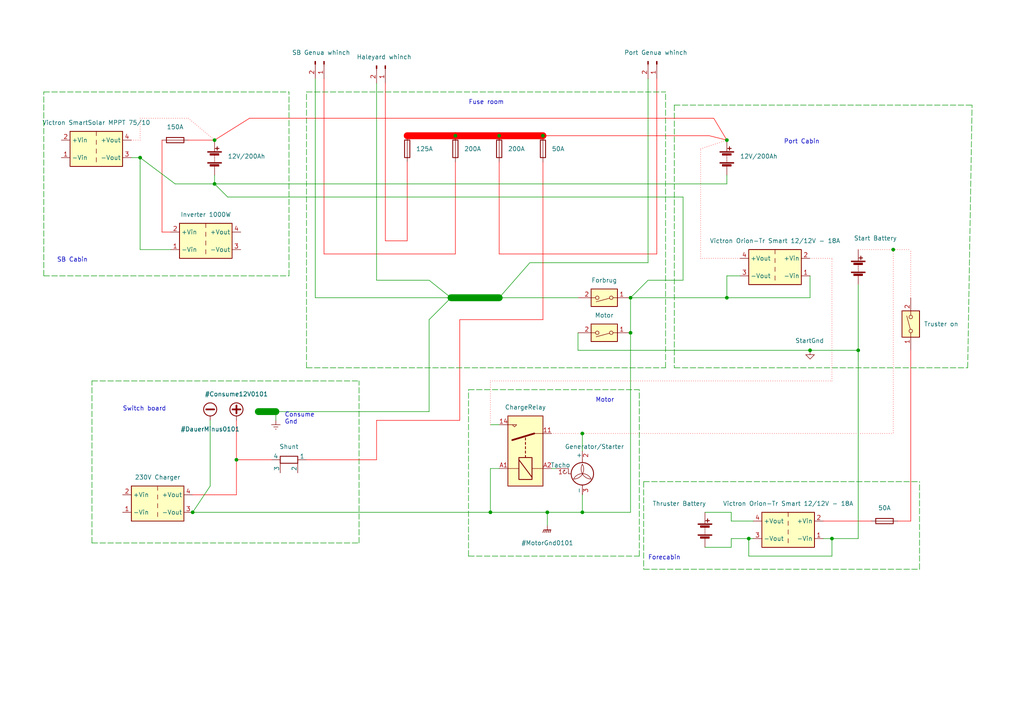
<source format=kicad_sch>
(kicad_sch (version 20231120) (generator "eeschema") (generator_version "8.0")
  (paper "A4")
  (title_block (title "Frk Jensen - Battery Connections - LiFePO4") (date "2024-08-12") (rev "3.1"))
  (lib_symbols
    (symbol "Connector:Conn_01x02_Male" (pin_names (offset 1.016) hide)
      (property "Reference" "J" (at 0 2.54 0))
      (property "Value" "Conn_01x02_Male" (at 0 -5.08 0))
      (symbol "Conn_01x02_Male_1_1"
        (polyline (pts (xy 1.27 -2.54) (xy 0.8636 -2.54)) (stroke (width 0.1524)))
        (polyline (pts (xy 1.27 0) (xy 0.8636 0)) (stroke (width 0.1524)))
        (rectangle (start 0.8636 -2.413) (end 0 -2.667) (stroke (width 0.1524)) (fill (type outline)))
        (rectangle (start 0.8636 0.127) (end 0 -0.127) (stroke (width 0.1524)) (fill (type outline)))
        (pin passive line (at 5.08 0 180) (length 3.81) (name "Pin_1") (number "1"))
        (pin passive line (at 5.08 -2.54 180) (length 3.81) (name "Pin_2") (number "2"))
      )
    )
    (symbol "Converter_DCDC:MEE1S0303SC"
      (property "Reference" "PS" (at -7.62 6.35 0))
      (property "Value" "MEE1S0303SC" (at 1.27 6.35 0))
      (symbol "MEE1S0303SC_0_0"
        (pin power_in line (at -10.16 -2.54 0) (length 2.54) (name "-Vin") (number "1"))
        (pin power_in line (at -10.16 2.54 0) (length 2.54) (name "+Vin") (number "2"))
        (pin power_out line (at 10.16 -2.54 180) (length 2.54) (name "-Vout") (number "3"))
        (pin power_out line (at 10.16 2.54 180) (length 2.54) (name "+Vout") (number "4"))
      )
      (symbol "MEE1S0303SC_0_1"
        (rectangle (start -7.62 5.08) (end 7.62 -5.08) (stroke (width 0.254)) (fill (type background)))
        (polyline (pts (xy 0 -2.54) (xy 0 -3.81)))
        (polyline (pts (xy 0 0) (xy 0 -1.27)))
        (polyline (pts (xy 0 2.54) (xy 0 1.27)))
        (polyline (pts (xy 0 5.08) (xy 0 3.81)))
      )
    )
    (symbol "Device:Battery" (pin_numbers hide) (pin_names (offset 0) hide)
      (property "Reference" "BT" (at 2.54 2.54 0))
      (property "Value" "Battery" (at 2.54 0 0))
      (symbol "Battery_0_1"
        (rectangle (start -2.032 -1.397) (end 2.032 -1.651) (fill (type outline)))
        (rectangle (start -2.032 1.778) (end 2.032 1.524) (fill (type outline)))
        (rectangle (start -1.3208 -1.9812) (end 1.27 -2.4892) (fill (type outline)))
        (rectangle (start -1.3208 1.1938) (end 1.27 0.6858) (fill (type outline)))
        (polyline (pts (xy 0 -1.524) (xy 0 -1.27)))
        (polyline (pts (xy 0 -1.016) (xy 0 -0.762)))
        (polyline (pts (xy 0 -0.508) (xy 0 -0.254)))
        (polyline (pts (xy 0 0) (xy 0 0.254)))
        (polyline (pts (xy 0 0.508) (xy 0 0.762)))
        (polyline (pts (xy 0 1.778) (xy 0 2.54)))
        (polyline (pts (xy 0.254 2.667) (xy 1.27 2.667)) (stroke (width 0.254)))
        (polyline (pts (xy 0.762 3.175) (xy 0.762 2.159)) (stroke (width 0.254)))
      )
      (symbol "Battery_1_1"
        (pin passive line (at 0 5.08 270) (length 2.54) (name "+") (number "1"))
        (pin passive line (at 0 -5.08 90) (length 2.54) (name "-") (number "2"))
      )
    )
    (symbol "Device:Fuse" (pin_numbers hide) (pin_names (offset 0))
      (property "Reference" "F" (at 2.032 0 90))
      (property "Value" "Fuse" (at -1.905 0 90))
      (symbol "Fuse_0_1"
        (rectangle (start -0.762 -2.54) (end 0.762 2.54) (stroke (width 0.254)))
        (polyline (pts (xy 0 2.54) (xy 0 -2.54)))
      )
      (symbol "Fuse_1_1"
        (pin passive line (at 0 3.81 270) (length 1.27) (name "~") (number "1"))
        (pin passive line (at 0 -3.81 90) (length 1.27) (name "~") (number "2"))
      )
    )
    (symbol "Device:R_Shunt" (pin_numbers hide) (pin_names (offset 0))
      (property "Reference" "R" (at -4.445 0 90))
      (property "Value" "R_Shunt" (at -2.54 0 90))
      (symbol "R_Shunt_0_1"
        (rectangle (start -1.016 -2.54) (end 1.016 2.54) (stroke (width 0.254)))
        (polyline (pts (xy 0 -2.54) (xy 1.27 -2.54)))
        (polyline (pts (xy 1.27 2.54) (xy 0 2.54)))
      )
      (symbol "R_Shunt_1_1"
        (pin passive line (at 0 5.08 270) (length 2.54) (name "1") (number "1"))
        (pin passive line (at 3.81 2.54 180) (length 2.54) (name "2") (number "2"))
        (pin passive line (at 3.81 -2.54 180) (length 2.54) (name "3") (number "3"))
        (pin passive line (at 0 -5.08 90) (length 2.54) (name "4") (number "4"))
      )
    )
    (symbol "Motor:Fan_3pin" (pin_names (offset 0))
      (property "Reference" "M" (at 2.54 2.54 0))
      (property "Value" "Fan_3pin" (at 2.54 -5.08 0))
      (symbol "Fan_3pin_0_0"
        (arc (start -5.588 -1.016) (mid -5.08 -1.5217) (end -4.572 -1.016))
        (arc (start -5.08 -0.508) (mid -5.4392 -0.6568) (end -5.588 -1.016))
        (polyline (pts (xy -5.08 -0.508) (xy -5.334 -0.381)))
        (polyline (pts (xy -5.08 -0.508) (xy -5.207 -0.762)))
        (polyline (pts (xy -4.064 0) (xy -4.064 -1.524) (xy -3.302 -1.524)))
      )
      (symbol "Fan_3pin_0_1"
        (arc (start -2.54 -3.048) (mid -0.0014 -1.6352) (end 0 1.27))
        (circle (center 0 -1.524) (radius 3.2512) (stroke (width 0.254)))
        (polyline (pts (xy -4.064 0) (xy -5.08 0)))
        (polyline (pts (xy 0 -7.62) (xy 0 -7.112)))
        (polyline (pts (xy 0 -4.7752) (xy 0 -5.1816)))
        (polyline (pts (xy 0 1.7272) (xy 0 2.0828)))
        (polyline (pts (xy 0 2.032) (xy 0 2.54)))
        (arc (start 0 1.27) (mid 0.0468 -1.6085) (end 2.54 -3.048))
        (arc (start 2.54 -3.048) (mid 0 -1.4782) (end -2.54 -3.048))
      )
      (symbol "Fan_3pin_1_1"
        (pin passive line (at -7.62 0 0) (length 2.54) (name "Tacho") (number "1"))
        (pin passive line (at 0 5.08 270) (length 2.54) (name "+") (number "2"))
        (pin passive line (at 0 -7.62 90) (length 2.54) (name "-") (number "3"))
      )
    )
    (symbol "Relay:FINDER-32.21-x300"
      (property "Reference" "K" (at 11.43 3.81 0))
      (property "Value" "FINDER-32.21-x300" (at 11.43 1.27 0))
      (symbol "FINDER-32.21-x300_0_1"
        (rectangle (start -10.16 5.08) (end 10.16 -5.08) (stroke (width 0.254)) (fill (type background)))
        (rectangle (start -8.255 1.905) (end -1.905 -1.905) (stroke (width 0.254)))
        (polyline (pts (xy -7.62 -1.905) (xy -2.54 1.905)) (stroke (width 0.254)))
        (polyline (pts (xy -5.08 -5.08) (xy -5.08 -1.905)))
        (polyline (pts (xy -5.08 5.08) (xy -5.08 1.905)))
        (polyline (pts (xy -1.905 0) (xy -1.27 0)) (stroke (width 0.254)))
        (polyline (pts (xy -0.635 0) (xy 0 0)) (stroke (width 0.254)))
        (polyline (pts (xy 0.635 0) (xy 1.27 0)) (stroke (width 0.254)))
        (polyline (pts (xy 1.905 0) (xy 2.54 0)) (stroke (width 0.254)))
        (polyline (pts (xy 3.175 0) (xy 3.81 0)) (stroke (width 0.254)))
        (polyline (pts (xy 5.08 -2.54) (xy 3.175 3.81)) (stroke (width 0.508)))
        (polyline (pts (xy 5.08 -2.54) (xy 5.08 -5.08)))
        (polyline (pts (xy 7.62 5.08) (xy 7.62 2.54) (xy 6.985 3.175) (xy 7.62 3.81)))
      )
      (symbol "FINDER-32.21-x300_1_1"
        (pin passive line (at 5.08 -7.62 90) (length 2.54) (name "~") (number "11"))
        (pin passive line (at 7.62 7.62 270) (length 2.54) (name "~") (number "14"))
        (pin passive line (at -5.08 7.62 270) (length 2.54) (name "~") (number "A1"))
        (pin passive line (at -5.08 -7.62 90) (length 2.54) (name "~") (number "A2"))
      )
    )
    (symbol "Switch:SW_DIP_x01" (pin_names (offset 0) hide)
      (property "Reference" "SW" (at 0 3.81 0))
      (property "Value" "SW_DIP_x01" (at 0 -3.81 0))
      (symbol "SW_DIP_x01_0_0"
        (circle (center -2.032 0) (radius 0.508))
        (polyline (pts (xy -1.524 0.127) (xy 2.3622 1.1684)))
        (circle (center 2.032 0) (radius 0.508))
      )
      (symbol "SW_DIP_x01_0_1"
        (rectangle (start -3.81 2.54) (end 3.81 -2.54) (stroke (width 0.254)) (fill (type background)))
      )
      (symbol "SW_DIP_x01_1_1"
        (pin passive line (at -7.62 0 0) (length 5.08) (name "~") (number "1"))
        (pin passive line (at 7.62 0 180) (length 5.08) (name "~") (number "2"))
      )
    )
    (symbol "power:+VDC" (power) (pin_numbers hide) (pin_names (offset 0) hide)
      (property "Value" "+VDC" (at 0 6.35 0))
      (symbol "+VDC_0_1"
        (polyline (pts (xy -1.143 3.175) (xy 1.143 3.175)) (stroke (width 0.508)))
        (polyline (pts (xy 0 0) (xy 0 1.27)))
        (polyline (pts (xy 0 2.032) (xy 0 4.318)) (stroke (width 0.508)))
        (circle (center 0 3.175) (radius 1.905) (stroke (width 0.254)))
      )
      (symbol "+VDC_1_1"
        (pin power_in line (at 0 0 90) (length 0) hide (name "+VDC") (number "1"))
      )
    )
    (symbol "power:-VDC" (power) (pin_names (offset 0))
      (property "Value" "-VDC" (at 0 6.35 0))
      (symbol "-VDC_0_1"
        (polyline (pts (xy -1.143 3.175) (xy 1.143 3.175)) (stroke (width 0.508)))
        (polyline (pts (xy 0 0) (xy 0 1.27)))
        (circle (center 0 3.175) (radius 1.905) (stroke (width 0.254)))
      )
      (symbol "-VDC_1_1"
        (pin power_in line (at 0 0 90) (length 0) hide (name "-VDC") (number "1"))
      )
    )
    (symbol "power:Earth" (power) (pin_names (offset 0))
      (symbol "Earth_0_1"
        (polyline (pts (xy -0.635 -1.905) (xy 0.635 -1.905)))
        (polyline (pts (xy -0.127 -2.54) (xy 0.127 -2.54)))
        (polyline (pts (xy 0 -1.27) (xy 0 0)))
        (polyline (pts (xy 1.27 -1.27) (xy -1.27 -1.27)))
      )
      (symbol "Earth_1_1"
        (pin power_in line (at 0 0 270) (length 0) hide (name "Earth") (number "1"))
      )
    )
    (symbol "power:GND2" (power) (pin_names (offset 0))
      (property "Value" "GND2" (at 0 -3.81 0))
      (symbol "GND2_0_1"
        (polyline (pts (xy 0 0) (xy 0 -1.27) (xy 1.27 -1.27) (xy 0 -2.54) (xy -1.27 -1.27) (xy 0 -1.27)))
      )
      (symbol "GND2_1_1"
        (pin power_in line (at 0 0 270) (length 0) hide (name "GND2") (number "1"))
      )
    )
    (symbol "power:GNDPWR" (power) (pin_names (offset 0))
      (property "Value" "GNDPWR" (at 0 -3.302 0))
      (symbol "GNDPWR_0_1"
        (polyline (pts (xy 0 -1.27) (xy 0 0)))
        (polyline (pts (xy -1.016 -1.27) (xy -1.27 -2.032) (xy -1.27 -2.032)) (stroke (width 0.2032)))
        (polyline (pts (xy -0.508 -1.27) (xy -0.762 -2.032) (xy -0.762 -2.032)) (stroke (width 0.2032)))
        (polyline (pts (xy 0 -1.27) (xy -0.254 -2.032) (xy -0.254 -2.032)) (stroke (width 0.2032)))
        (polyline (pts (xy 0.508 -1.27) (xy 0.254 -2.032) (xy 0.254 -2.032)) (stroke (width 0.2032)))
        (polyline (pts (xy 1.016 -1.27) (xy -1.016 -1.27) (xy -1.016 -1.27)) (stroke (width 0.2032)))
        (polyline (pts (xy 1.016 -1.27) (xy 0.762 -2.032) (xy 0.762 -2.032) (xy 0.762 -2.032)) (stroke (width 0.2032)))
      )
      (symbol "GNDPWR_1_1"
        (pin power_in line (at 0 0 270) (length 0) hide (name "GNDPWR") (number "1"))
      )
    )
  )
  (junction (at 144.78 86.36))
  (junction (at 241.3 156.21))
  (junction (at 210.82 40.64))
  (junction (at 182.88 86.36))
  (junction (at 132.08 39.37))
  (junction (at 40.64 45.72))
  (junction (at 55.88 148.59))
  (junction (at 80.01 119.38))
  (junction (at 210.82 86.36))
  (junction (at 259.08 72.39))
  (junction (at 142.24 148.59))
  (junction (at 157.48 39.37))
  (junction (at 182.88 96.52))
  (junction (at 130.81 86.36))
  (junction (at 62.23 40.64))
  (junction (at 234.95 101.6))
  (junction (at 62.23 53.34))
  (junction (at 158.75 148.59))
  (junction (at 144.78 39.37))
  (junction (at 248.92 101.6))
  (junction (at 68.58 133.35))
  (junction (at 168.91 148.59))
  (junction (at 168.91 125.73))
  (junction (at 217.17 156.21))
  (wire (pts (xy 212.09 156.21) (xy 212.09 158.75)))
  (wire (pts (xy 198.12 57.15) (xy 198.12 81.28)))
  (wire (pts (xy 264.16 86.36) (xy 264.16 72.39)) (stroke (width 0) (type dot) (color 255 0 0 1)))
  (wire (pts (xy 68.58 133.35) (xy 78.74 133.35)) (stroke (width 0) (color 255 0 0 1)))
  (wire (pts (xy 118.11 39.37) (xy 132.08 39.37)) (stroke (width 2) (color 255 0 0 1)))
  (wire (pts (xy 153.67 76.2) (xy 144.78 86.36)))
  (wire (pts (xy 241.3 156.21) (xy 238.76 156.21)))
  (wire (pts (xy 212.09 148.59) (xy 212.09 151.13)))
  (wire (pts (xy 186.69 139.7) (xy 186.69 165.1)) (stroke (width 0) (type dash)))
  (wire (pts (xy 12.7 80.01) (xy 83.82 80.01)) (stroke (width 0) (type dash)))
  (wire (pts (xy 217.17 161.29) (xy 217.17 156.21)))
  (wire (pts (xy 182.88 96.52) (xy 182.88 148.59)))
  (wire (pts (xy 26.67 110.49) (xy 104.14 110.49)) (stroke (width 0) (type dash)))
  (wire (pts (xy 109.22 81.28) (xy 124.46 81.28)))
  (wire (pts (xy 135.89 113.03) (xy 185.42 113.03)) (stroke (width 0) (type dash)))
  (wire (pts (xy 62.23 40.64) (xy 72.39 34.29)) (stroke (width 0) (color 255 0 0 1)))
  (wire (pts (xy 66.04 57.15) (xy 62.23 53.34)))
  (wire (pts (xy 135.89 161.29) (xy 185.42 161.29)) (stroke (width 0) (type dash)))
  (wire (pts (xy 204.47 148.59) (xy 212.09 148.59)))
  (wire (pts (xy 207.01 34.29) (xy 210.82 40.64)) (stroke (width 0) (color 255 0 0 1)))
  (wire (pts (xy 55.88 148.59) (xy 60.96 140.97)))
  (wire (pts (xy 130.81 86.36) (xy 135.89 86.36)))
  (wire (pts (xy 91.44 86.36) (xy 130.81 86.36)))
  (wire (pts (xy 142.24 135.89) (xy 144.78 135.89)))
  (wire (pts (xy 144.78 123.19) (xy 142.24 123.19)))
  (wire (pts (xy 12.7 80.01) (xy 12.7 26.67)) (stroke (width 0) (type dash)))
  (wire (pts (xy 46.99 40.64) (xy 46.99 67.31)) (stroke (width 0) (color 255 0 0 1)))
  (wire (pts (xy 168.91 125.73) (xy 160.02 125.73)) (stroke (width 0) (type dot) (color 255 0 0 1)))
  (wire (pts (xy 80.01 119.38) (xy 124.46 119.38)))
  (wire (pts (xy 260.35 151.13) (xy 264.16 151.13)) (stroke (width 0) (color 255 0 0 1)))
  (wire (pts (xy 109.22 24.13) (xy 109.22 81.28)))
  (wire (pts (xy 210.82 86.36) (xy 234.95 86.36)))
  (wire (pts (xy 55.88 143.51) (xy 68.58 143.51)) (stroke (width 0) (color 255 0 0 1)))
  (wire (pts (xy 241.3 161.29) (xy 217.17 161.29)))
  (wire (pts (xy 68.58 133.35) (xy 68.58 143.51)) (stroke (width 0) (color 255 0 0 1)))
  (wire (pts (xy 167.64 101.6) (xy 167.64 96.52)))
  (wire (pts (xy 248.92 101.6) (xy 248.92 156.21)))
  (wire (pts (xy 74.93 119.38) (xy 80.01 119.38)) (stroke (width 2)))
  (wire (pts (xy 132.08 73.66) (xy 93.98 73.66)) (stroke (width 0) (color 255 0 0 1)))
  (wire (pts (xy 62.23 50.8) (xy 62.23 53.34)))
  (wire (pts (xy 88.9 106.68) (xy 88.9 26.67)) (stroke (width 0) (type dash)))
  (wire (pts (xy 80.01 119.38) (xy 80.01 121.92)))
  (wire (pts (xy 93.98 73.66) (xy 93.98 22.86)) (stroke (width 0) (color 255 0 0 1)))
  (wire (pts (xy 72.39 34.29) (xy 207.01 34.29)) (stroke (width 0) (color 255 0 0 1)))
  (wire (pts (xy 234.95 101.6) (xy 248.92 101.6)))
  (wire (pts (xy 210.82 50.8) (xy 210.82 53.34)))
  (wire (pts (xy 210.82 80.01) (xy 210.82 86.36)))
  (wire (pts (xy 144.78 86.36) (xy 167.64 86.36)))
  (wire (pts (xy 144.78 73.66) (xy 190.5 73.66)) (stroke (width 0) (color 255 0 0 1)))
  (wire (pts (xy 198.12 81.28) (xy 187.96 81.28)))
  (wire (pts (xy 144.78 39.37) (xy 157.48 39.37)) (stroke (width 2) (color 255 0 0 1)))
  (wire (pts (xy 26.67 157.48) (xy 104.14 157.48)) (stroke (width 0) (type dash)))
  (wire (pts (xy 203.2 43.18) (xy 210.82 40.64)) (stroke (width 0) (type dot) (color 255 0 0 1)))
  (wire (pts (xy 241.3 110.49) (xy 241.3 74.93)) (stroke (width 0) (type dot) (color 255 0 0 1)))
  (wire (pts (xy 195.58 106.68) (xy 280.67 106.68)) (stroke (width 0) (type dash)))
  (wire (pts (xy 218.44 156.21) (xy 217.17 156.21)))
  (wire (pts (xy 158.75 152.4) (xy 158.75 148.59)))
  (wire (pts (xy 190.5 73.66) (xy 190.5 22.86)) (stroke (width 0) (color 255 0 0 1)))
  (wire (pts (xy 234.95 80.01) (xy 234.95 86.36)))
  (wire (pts (xy 142.24 135.89) (xy 142.24 148.59)))
  (wire (pts (xy 168.91 148.59) (xy 158.75 148.59)))
  (wire (pts (xy 88.9 26.67) (xy 193.04 26.67)) (stroke (width 0) (type dash)))
  (wire (pts (xy 142.24 110.49) (xy 241.3 110.49)) (stroke (width 0) (type dot) (color 255 0 0 1)))
  (wire (pts (xy 40.64 45.72) (xy 40.64 72.39)))
  (wire (pts (xy 248.92 156.21) (xy 241.3 156.21)))
  (wire (pts (xy 168.91 143.51) (xy 168.91 148.59)))
  (wire (pts (xy 167.64 101.6) (xy 234.95 101.6)))
  (wire (pts (xy 135.89 161.29) (xy 135.89 113.03)) (stroke (width 0) (type dash)))
  (wire (pts (xy 168.91 148.59) (xy 182.88 148.59)))
  (wire (pts (xy 40.64 34.29) (xy 54.61 34.29)) (stroke (width 0) (type dot) (color 255 0 0 1)))
  (wire (pts (xy 248.92 72.39) (xy 259.08 72.39)) (stroke (width 0) (type dot) (color 255 0 0 1)))
  (wire (pts (xy 157.48 92.71) (xy 157.48 46.99)) (stroke (width 0) (color 255 0 0 1)))
  (wire (pts (xy 142.24 123.19) (xy 142.24 110.49)) (stroke (width 0) (type dot) (color 255 0 0 1)))
  (wire (pts (xy 168.91 130.81) (xy 168.91 125.73)))
  (wire (pts (xy 153.67 76.2) (xy 187.96 76.2)))
  (wire (pts (xy 40.64 40.64) (xy 40.64 34.29)) (stroke (width 0) (type dot) (color 255 0 0 1)))
  (wire (pts (xy 133.35 92.71) (xy 157.48 92.71)) (stroke (width 0) (color 255 0 0 1)))
  (wire (pts (xy 152.4 39.37) (xy 157.48 39.37)))
  (wire (pts (xy 124.46 81.28) (xy 130.81 86.36)))
  (wire (pts (xy 241.3 156.21) (xy 241.3 161.29)))
  (wire (pts (xy 124.46 92.71) (xy 130.81 86.36)))
  (wire (pts (xy 109.22 121.92) (xy 133.35 121.92)) (stroke (width 0) (color 255 0 0 1)))
  (wire (pts (xy 124.46 92.71) (xy 124.46 119.38)))
  (wire (pts (xy 144.78 86.36) (xy 143.51 86.36)))
  (wire (pts (xy 26.67 157.48) (xy 26.67 110.49)) (stroke (width 0) (type dash)))
  (wire (pts (xy 195.58 30.48) (xy 195.58 106.68)) (stroke (width 0) (type dash)))
  (wire (pts (xy 54.61 34.29) (xy 62.23 40.64)) (stroke (width 0) (type dot) (color 255 0 0 1)))
  (wire (pts (xy 168.91 125.73) (xy 259.08 125.73)) (stroke (width 0) (type dot) (color 255 0 0 1)))
  (wire (pts (xy 104.14 157.48) (xy 104.14 110.49)) (stroke (width 0) (type dash)))
  (wire (pts (xy 62.23 53.34) (xy 210.82 53.34)))
  (wire (pts (xy 109.22 133.35) (xy 109.22 121.92)) (stroke (width 0) (color 255 0 0 1)))
  (wire (pts (xy 203.2 74.93) (xy 203.2 43.18)) (stroke (width 0) (type dot) (color 255 0 0 1)))
  (wire (pts (xy 214.63 74.93) (xy 203.2 74.93)) (stroke (width 0) (type dot) (color 255 0 0 1)))
  (wire (pts (xy 182.88 86.36) (xy 210.82 86.36)))
  (wire (pts (xy 88.9 133.35) (xy 109.22 133.35)) (stroke (width 0) (color 255 0 0 1)))
  (wire (pts (xy 111.76 69.85) (xy 111.76 24.13)) (stroke (width 0) (color 255 0 0 1)))
  (wire (pts (xy 88.9 106.68) (xy 193.04 106.68)) (stroke (width 0) (type dash)))
  (wire (pts (xy 132.08 46.99) (xy 132.08 73.66)) (stroke (width 0) (color 255 0 0 1)))
  (wire (pts (xy 185.42 161.29) (xy 185.42 113.03)) (stroke (width 0) (type dash)))
  (wire (pts (xy 130.81 86.36) (xy 144.78 86.36)) (stroke (width 2)))
  (wire (pts (xy 248.92 82.55) (xy 248.92 101.6)))
  (wire (pts (xy 12.7 26.67) (xy 83.82 26.67)) (stroke (width 0) (type dash)))
  (wire (pts (xy 259.08 72.39) (xy 259.08 125.73)) (stroke (width 0) (type dot) (color 255 0 0 1)))
  (wire (pts (xy 60.96 121.92) (xy 60.96 140.97)))
  (wire (pts (xy 266.7 165.1) (xy 266.7 139.7)) (stroke (width 0) (type dash)))
  (wire (pts (xy 54.61 40.64) (xy 62.23 40.64)) (stroke (width 0) (color 255 0 0 1)))
  (wire (pts (xy 195.58 30.48) (xy 281.94 30.48)) (stroke (width 0) (type dash)))
  (wire (pts (xy 133.35 121.92) (xy 133.35 92.71)) (stroke (width 0) (color 255 0 0 1)))
  (wire (pts (xy 186.69 165.1) (xy 266.7 165.1)) (stroke (width 0) (type dash)))
  (wire (pts (xy 182.88 96.52) (xy 182.88 86.36)))
  (wire (pts (xy 187.96 76.2) (xy 187.96 22.86)))
  (wire (pts (xy 38.1 40.64) (xy 40.64 40.64)) (stroke (width 0) (type dot) (color 255 0 0 1)))
  (wire (pts (xy 205.74 39.37) (xy 210.82 40.64)) (stroke (width 0) (color 255 0 0 1)))
  (wire (pts (xy 50.8 53.34) (xy 40.64 45.72)))
  (wire (pts (xy 241.3 74.93) (xy 234.95 74.93)) (stroke (width 0) (type dot) (color 255 0 0 1)))
  (wire (pts (xy 66.04 57.15) (xy 198.12 57.15)))
  (wire (pts (xy 182.88 86.36) (xy 187.96 81.28)))
  (wire (pts (xy 160.02 135.89) (xy 161.29 135.89)))
  (wire (pts (xy 83.82 80.01) (xy 83.82 26.67)) (stroke (width 0) (type dash)))
  (wire (pts (xy 132.08 39.37) (xy 144.78 39.37)) (stroke (width 2) (color 255 0 0 1)))
  (wire (pts (xy 68.58 121.92) (xy 68.58 133.35)) (stroke (width 0) (color 255 0 0 1)))
  (wire (pts (xy 46.99 67.31) (xy 49.53 67.31)) (stroke (width 0) (color 255 0 0 1)))
  (wire (pts (xy 204.47 158.75) (xy 212.09 158.75)))
  (wire (pts (xy 142.24 148.59) (xy 158.75 148.59)))
  (wire (pts (xy 38.1 45.72) (xy 40.64 45.72)))
  (wire (pts (xy 212.09 151.13) (xy 218.44 151.13)))
  (wire (pts (xy 91.44 22.86) (xy 91.44 86.36)))
  (wire (pts (xy 238.76 151.13) (xy 252.73 151.13)) (stroke (width 0) (color 255 0 0 1)))
  (wire (pts (xy 193.04 106.68) (xy 193.04 26.67)) (stroke (width 0) (type dash)))
  (wire (pts (xy 280.67 106.68) (xy 281.94 30.48)) (stroke (width 0) (type dash)))
  (wire (pts (xy 118.11 46.99) (xy 118.11 69.85)) (stroke (width 0) (color 255 0 0 1)))
  (wire (pts (xy 144.78 46.99) (xy 144.78 73.66)) (stroke (width 0) (color 255 0 0 1)))
  (wire (pts (xy 264.16 101.6) (xy 264.16 151.13)) (stroke (width 0) (color 255 0 0 1)))
  (wire (pts (xy 157.48 39.37) (xy 205.74 39.37)) (stroke (width 0) (color 255 0 0 1)))
  (wire (pts (xy 118.11 69.85) (xy 111.76 69.85)) (stroke (width 0) (color 255 0 0 1)))
  (wire (pts (xy 259.08 72.39) (xy 264.16 72.39)) (stroke (width 0) (type dot) (color 255 0 0 1)))
  (wire (pts (xy 210.82 80.01) (xy 214.63 80.01)))
  (wire (pts (xy 62.23 53.34) (xy 50.8 53.34)))
  (wire (pts (xy 186.69 139.7) (xy 266.7 139.7)) (stroke (width 0) (type dash)))
  (wire (pts (xy 49.53 72.39) (xy 40.64 72.39)))
  (wire (pts (xy 55.88 148.59) (xy 142.24 148.59)))
  (wire (pts (xy 217.17 156.21) (xy 212.09 156.21)))
  (text "Motor" (at 172.72 116.84 0) (effects (font (size 1.27 1.27)) (justify left bottom)))
  (text "Consume \nGnd" (at 82.55 123.19 0) (effects (font (size 1.27 1.27)) (justify left bottom)))
  (text "SB Cabin" (at 16.51 76.2 0) (effects (font (size 1.27 1.27)) (justify left bottom)))
  (text "Port Cabin" (at 227.33 41.91 0) (effects (font (size 1.27 1.27)) (justify left bottom)))
  (text "Switch board" (at 35.56 119.38 0) (effects (font (size 1.27 1.27)) (justify left bottom)))
  (text "Forecabin" (at 187.96 162.56 0) (effects (font (size 1.27 1.27)) (justify left bottom)))
  (text "Fuse room" (at 135.89 30.48 0) (effects (font (size 1.27 1.27)) (justify left bottom)))
  (symbol (lib_id "Device:Fuse") (at 144.78 43.18 0) (unit 1)
    (property "Reference" "F?" (effects (hide yes)))
    (property "Value" "200A" (at 147.32 43.1799 0) (effects (justify left)))
  )
  (symbol (lib_id "Connector:Conn_01x02_Male") (at 111.76 19.05 270) (unit 1)
    (property "Reference" "J?" (effects (hide yes)))
    (property "Value" "Haleyard whinch" (at 119.38 16.51 90) (effects (justify right)))
  )
  (symbol (lib_id "Device:Battery") (at 248.92 77.47 0) (unit 1)
    (property "Reference" "BT?" (effects (hide yes)))
    (property "Value" "Start Battery" (at 247.65 69.088 0) (effects (justify left)))
  )
  (symbol (lib_id "Converter_DCDC:MEE1S0303SC") (at 224.79 77.47 0) (mirror y) (unit 1)
    (property "Reference" "PS?" (effects (hide yes)))
    (property "Value" "Victron Orion-Tr Smart 12/12V - 18A" (at 224.79 69.85 0))
    (property "Footprint" "Converter_DCDC:Converter_DCDC_Murata_MEE1SxxxxSC_THT" (effects (hide yes)))
    (property "Datasheet" "https://power.murata.com/pub/data/power/ncl/kdc_mee1.pdf" (effects (hide yes)))
  )
  (symbol (lib_id "Device:Fuse") (at 256.54 151.13 90) (unit 1)
    (property "Reference" "F?" (effects (hide yes)))
    (property "Value" "50A" (at 256.54 147.32 90))
  )
  (symbol (lib_id "power:-VDC") (at 60.96 121.92 0) (unit 1)
    (property "Reference" "DauerMinus" (at 60.96 124.46 0))
    (property "Value" "-VDC" (effects (hide yes)))
  )
  (symbol (lib_id "Device:R_Shunt") (at 83.82 133.35 270) (unit 1)
    (property "Reference" "R?" (effects (hide yes)))
    (property "Value" "Shunt" (at 83.82 129.54 90))
  )
  (symbol (lib_id "Converter_DCDC:MEE1S0303SC") (at 228.6 153.67 0) (mirror y) (unit 1)
    (property "Reference" "PS?" (effects (hide yes)))
    (property "Value" "Victron Orion-Tr Smart 12/12V - 18A" (at 228.6 146.05 0))
    (property "Footprint" "Converter_DCDC:Converter_DCDC_Murata_MEE1SxxxxSC_THT" (effects (hide yes)))
    (property "Datasheet" "https://power.murata.com/pub/data/power/ncl/kdc_mee1.pdf" (effects (hide yes)))
  )
  (symbol (lib_id "power:+VDC") (at 68.58 121.92 0) (unit 1)
    (property "Reference" "Consume12V" (at 68.58 114.3 0))
    (property "Value" "+VDC" (effects (hide yes)))
  )
  (symbol (lib_id "Device:Battery") (at 62.23 45.72 0) (unit 1)
    (property "Reference" "BT?" (effects (hide yes)))
    (property "Value" "12V/200Ah" (at 66.04 45.3389 0) (effects (justify left)))
  )
  (symbol (lib_id "power:GND2") (at 234.95 101.6 0) (unit 1)
    (property "Reference" "#PWR02" (effects (hide yes)))
    (property "Value" "StartGnd" (at 230.632 98.806 0) (effects (justify left)))
  )
  (symbol (lib_id "Converter_DCDC:MEE1S0303SC") (at 59.69 69.85 0) (unit 1)
    (property "Reference" "PS?" (effects (hide yes)))
    (property "Value" "Inverter 1000W" (at 59.69 62.23 0))
    (property "Footprint" "Converter_DCDC:Converter_DCDC_Murata_MEE1SxxxxSC_THT" (effects (hide yes)))
    (property "Datasheet" "https://power.murata.com/pub/data/power/ncl/kdc_mee1.pdf" (effects (hide yes)))
  )
  (symbol (lib_id "Device:Battery") (at 204.47 153.67 0) (unit 1)
    (property "Reference" "BT?" (effects (hide yes)))
    (property "Value" "Thruster Battery" (at 189.23 146.05 0) (effects (justify left)))
  )
  (symbol (lib_id "Device:Battery") (at 210.82 45.72 0) (unit 1)
    (property "Reference" "BT?" (effects (hide yes)))
    (property "Value" "12V/200Ah" (at 214.63 45.3389 0) (effects (justify left)))
  )
  (symbol (lib_id "Relay:FINDER-32.21-x300") (at 152.4 130.81 90) (unit 1)
    (property "Reference" "ChargeRelay" (at 152.4 118.11 90))
    (property "Value" "FINDER-32.21-x300" (effects (hide yes)))
    (property "Footprint" "Relay_THT:Relay_SPST_Finder_32.21-x300" (effects (hide yes)))
    (property "Datasheet" "http://gfinder.findernet.com/assets/Series/355/S32EN.pdf" (effects (hide yes)))
  )
  (symbol (lib_id "Converter_DCDC:MEE1S0303SC") (at 45.72 146.05 0) (unit 1)
    (property "Reference" "PS?" (effects (hide yes)))
    (property "Value" "230V Charger" (at 45.72 138.43 0))
    (property "Footprint" "Converter_DCDC:Converter_DCDC_Murata_MEE1SxxxxSC_THT" (effects (hide yes)))
    (property "Datasheet" "https://power.murata.com/pub/data/power/ncl/kdc_mee1.pdf" (effects (hide yes)))
  )
  (symbol (lib_id "Connector:Conn_01x02_Male") (at 93.98 17.78 270) (unit 1)
    (property "Reference" "J?" (effects (hide yes)))
    (property "Value" "SB Genua whinch" (at 101.6 15.24 90) (effects (justify right)))
  )
  (symbol (lib_id "Device:Fuse") (at 50.8 40.64 270) (unit 1)
    (property "Reference" "F?" (effects (hide yes)))
    (property "Value" "150A" (at 50.8 36.83 90))
  )
  (symbol (lib_id "Switch:SW_DIP_x01") (at 175.26 96.52 180) (unit 1)
    (property "Reference" "SW?" (effects (hide yes)))
    (property "Value" "Motor" (at 175.26 91.44 0))
  )
  (symbol (lib_id "Device:Fuse") (at 118.11 43.18 0) (unit 1)
    (property "Reference" "F?" (effects (hide yes)))
    (property "Value" "125A" (at 120.65 43.1799 0) (effects (justify left)))
  )
  (symbol (lib_id "Device:Fuse") (at 132.08 43.18 0) (unit 1)
    (property "Reference" "F?" (effects (hide yes)))
    (property "Value" "200A" (at 134.62 43.1799 0) (effects (justify left)))
  )
  (symbol (lib_id "power:Earth") (at 80.01 121.92 0) (unit 1)
    (property "Reference" "#PWR?" (effects (hide yes)))
    (property "Value" "Earth" (effects (hide yes)))
  )
  (symbol (lib_id "power:GNDPWR") (at 158.75 152.4 0) (unit 1)
    (property "Reference" "MotorGnd" (at 158.75 157.48 0))
    (property "Value" "GNDPWR" (effects (hide yes)))
  )
  (symbol (lib_id "Connector:Conn_01x02_Male") (at 190.5 17.78 270) (unit 1)
    (property "Reference" "J?" (effects (hide yes)))
    (property "Value" "Port Genua whinch" (at 199.39 15.24 90) (effects (justify right)))
  )
  (symbol (lib_id "Switch:SW_DIP_x01") (at 175.26 86.36 180) (unit 1)
    (property "Reference" "SW?" (effects (hide yes)))
    (property "Value" "Forbrug" (at 175.26 81.28 0))
  )
  (symbol (lib_id "Switch:SW_DIP_x01") (at 264.16 93.98 90) (unit 1)
    (property "Reference" "SW?" (effects (hide yes)))
    (property "Value" "Truster on" (at 267.97 93.9799 90) (effects (justify right)))
  )
  (symbol (lib_id "Motor:Fan_3pin") (at 168.91 135.89 0) (unit 1)
    (property "Reference" "Generator/Starter" (at 163.83 129.54 0) (effects (justify left)))
    (property "Value" "Fan_3pin" (effects (hide yes)))
    (property "Datasheet" "http://www.hardwarecanucks.com/forum/attachments/new-builds/16287d1330775095-help-chassis-power-fan-connectors-motherboard-asus_p8z68.jpg" (effects (hide yes)))
  )
  (symbol (lib_id "Converter_DCDC:MEE1S0303SC") (at 27.94 43.18 0) (unit 1)
    (property "Reference" "PS?" (effects (hide yes)))
    (property "Value" "Victron SmartSolar MPPT 75/10" (at 27.94 35.56 0))
    (property "Footprint" "Converter_DCDC:Converter_DCDC_Murata_MEE1SxxxxSC_THT" (effects (hide yes)))
    (property "Datasheet" "https://power.murata.com/pub/data/power/ncl/kdc_mee1.pdf" (effects (hide yes)))
  )
  (symbol (lib_id "Device:Fuse") (at 157.48 43.18 0) (unit 1)
    (property "Reference" "F?" (effects (hide yes)))
    (property "Value" "50A" (at 160.02 43.1799 0) (effects (justify left)))
  )
)
</source>
